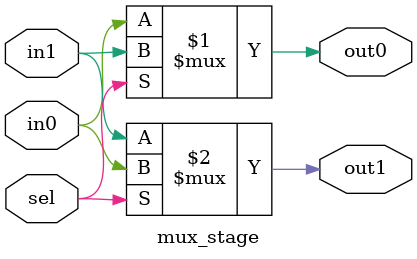
<source format=v>
module mux_stage (
    input sel,
    input in0,
    input in1,
    output out0,
    output out1
);
    assign out0 = sel ? in1 : in0;
    assign out1 = sel ? in0 : in1;
endmodule


</source>
